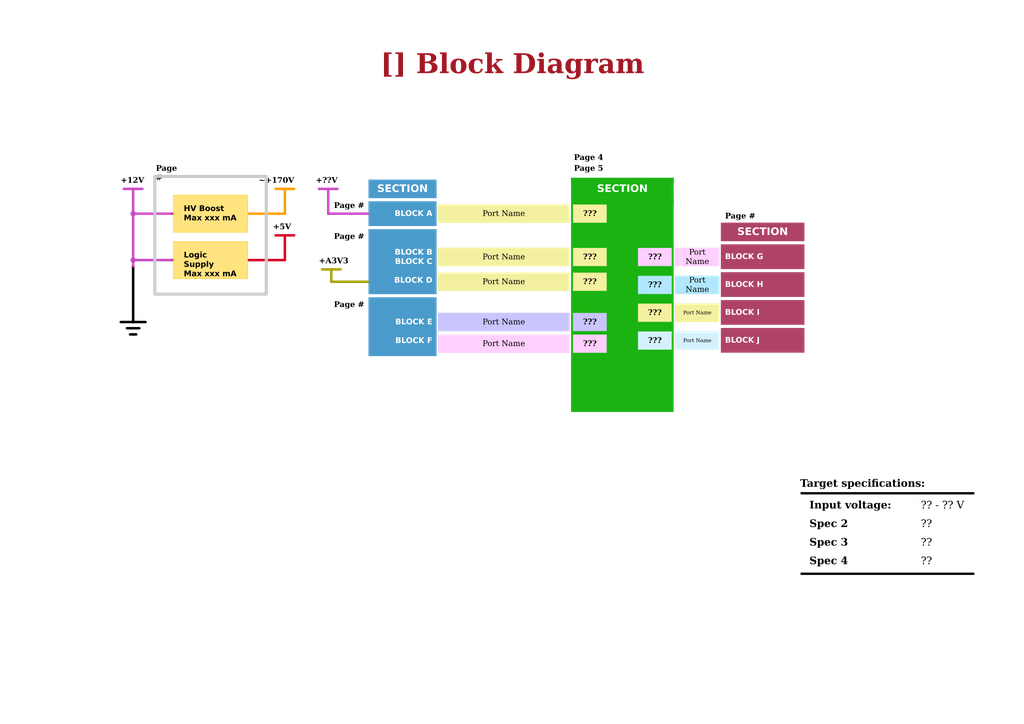
<source format=kicad_sch>
(kicad_sch
	(version 20250114)
	(generator "eeschema")
	(generator_version "9.0")
	(uuid "d4440dba-022e-49b2-97f2-6fc1871c7304")
	(paper "A3")
	(title_block
		(title "Block Diagram")
		(date "2025-01-12")
		(rev "${REVISION}")
		(company "${COMPANY}")
	)
	(lib_symbols)
	(rectangle
		(start 248.92 83.185)
		(end 261.62 168.91)
		(stroke
			(width 0)
			(type default)
			(color 26 179 18 1)
		)
		(fill
			(type color)
			(color 26 179 18 1)
		)
		(uuid 051b3dab-07ca-4b94-92bb-989d74ed83ce)
	)
	(rectangle
		(start 101.727 87.249)
		(end 102.362 88.011)
		(stroke
			(width 0.25)
			(type solid)
			(color 255 153 0 1)
		)
		(fill
			(type color)
			(color 255 153 0 1)
		)
		(uuid 12a8f300-c059-4689-9da2-e775c9b7b222)
	)
	(rectangle
		(start 234.315 73.025)
		(end 276.225 74.93)
		(stroke
			(width 0.254)
			(type default)
			(color 26 179 18 1)
		)
		(fill
			(type color)
			(color 26 179 18 1)
		)
		(uuid 1c38ab9f-78ac-4525-a905-692b68e0d7be)
	)
	(rectangle
		(start 261.62 83.82)
		(end 275.59 101.6)
		(stroke
			(width 0)
			(type default)
			(color 26 179 18 1)
		)
		(fill
			(type color)
			(color 26 179 18 1)
		)
		(uuid 26212d99-97fb-4a34-b4ec-26a67ba18c64)
	)
	(rectangle
		(start 234.95 119.38)
		(end 248.92 128.27)
		(stroke
			(width 0)
			(type default)
			(color 26 179 18 1)
		)
		(fill
			(type color)
			(color 26 179 18 1)
		)
		(uuid 33939e83-1742-40c8-b78d-5af3b914ab31)
	)
	(rectangle
		(start 150.495 115.189)
		(end 151.13 115.951)
		(stroke
			(width 0.25)
			(type default)
			(color 162 155 0 1)
		)
		(fill
			(type color)
			(color 162 155 0 1)
		)
		(uuid 3b840477-c973-44d9-8a43-b3feac50c6bc)
	)
	(rectangle
		(start 275.59 73.025)
		(end 276.225 168.91)
		(stroke
			(width 0)
			(type default)
			(color 26 179 18 1)
		)
		(fill
			(type color)
			(color 26 179 18 1)
		)
		(uuid 43ad7506-e0d7-49b6-972c-517451df1dd9)
	)
	(rectangle
		(start 70.358 87.249)
		(end 70.993 88.011)
		(stroke
			(width 0.25)
			(type default)
			(color 200 50 50 1)
		)
		(fill
			(type color)
			(color 200 50 50 1)
		)
		(uuid 4c6cb9bc-6ebc-49a3-893d-9406d03eb74b)
	)
	(rectangle
		(start 261.62 132.08)
		(end 275.59 135.89)
		(stroke
			(width 0)
			(type default)
			(color 26 179 18 1)
		)
		(fill
			(type color)
			(color 26 179 18 1)
		)
		(uuid 5911023f-b729-4638-87b7-c8fa6a2da4ad)
	)
	(rectangle
		(start 71.12 99.06)
		(end 101.6 114.3)
		(stroke
			(width 0)
			(type default)
			(color 255 200 0 0.5019607843)
		)
		(fill
			(type color)
			(color 255 200 0 0.5019607843)
		)
		(uuid 6d27083e-baf9-459e-b0dc-430395e74362)
	)
	(rectangle
		(start 150.495 87.249)
		(end 151.13 88.011)
		(stroke
			(width 0.25)
			(type default)
			(color 198 71 194 1)
		)
		(fill
			(type color)
			(color 198 71 194 1)
		)
		(uuid 70402685-b75b-4b36-9a72-62f7d7d97bb6)
	)
	(rectangle
		(start 261.62 120.65)
		(end 275.59 124.46)
		(stroke
			(width 0)
			(type default)
			(color 26 179 18 1)
		)
		(fill
			(type color)
			(color 26 179 18 1)
		)
		(uuid 704c4eca-e0af-4df0-a6c1-739054ac1983)
	)
	(rectangle
		(start 234.95 109.22)
		(end 248.92 111.76)
		(stroke
			(width 0)
			(type default)
			(color 26 179 18 1)
		)
		(fill
			(type color)
			(color 26 179 18 1)
		)
		(uuid 74c5f5ac-510e-4c99-8e0e-ca2d145a7687)
	)
	(rectangle
		(start 261.62 109.22)
		(end 275.59 113.03)
		(stroke
			(width 0)
			(type default)
			(color 26 179 18 1)
		)
		(fill
			(type color)
			(color 26 179 18 1)
		)
		(uuid 87d7856c-4e25-4074-8ed9-6d9286fce9a4)
	)
	(rectangle
		(start 63.5 72.39)
		(end 109.22 120.65)
		(stroke
			(width 1.27)
			(type default)
			(color 200 200 200 1)
		)
		(fill
			(type none)
		)
		(uuid 897139e0-9c3f-4923-b42e-05cc6d59978b)
	)
	(rectangle
		(start 54.102 109.22)
		(end 55.118 109.982)
		(stroke
			(width 0.001)
			(type default)
			(color 0 0 0 1)
		)
		(fill
			(type color)
			(color 0 0 0 1)
		)
		(uuid 8fb245d6-696e-46a9-aee0-fc71b1bd2811)
	)
	(rectangle
		(start 70.358 106.299)
		(end 70.993 107.061)
		(stroke
			(width 0.25)
			(type default)
			(color 200 50 50 1)
		)
		(fill
			(type color)
			(color 200 50 50 1)
		)
		(uuid 926c14cd-51d6-4183-83aa-3acd3f364634)
	)
	(rectangle
		(start 328.422 234.95)
		(end 399.542 235.712)
		(stroke
			(width 0)
			(type default)
			(color 0 0 0 1)
		)
		(fill
			(type color)
			(color 0 0 0 1)
		)
		(uuid 96358351-64fb-49b9-98d4-c975a586b1c3)
	)
	(rectangle
		(start 234.95 135.89)
		(end 248.92 137.16)
		(stroke
			(width 0)
			(type default)
			(color 26 179 18 1)
		)
		(fill
			(type color)
			(color 26 179 18 1)
		)
		(uuid 97242065-2f97-4ca3-afed-c927195a53b5)
	)
	(rectangle
		(start 101.727 106.299)
		(end 102.362 107.061)
		(stroke
			(width 0.25)
			(type default)
			(color 212 0 32 1)
		)
		(fill
			(type color)
			(color 212 0 32 1)
		)
		(uuid b511ed02-73dc-4aca-8856-32e3a0e7b2bd)
	)
	(rectangle
		(start 234.95 91.44)
		(end 248.92 101.6)
		(stroke
			(width 0)
			(type default)
			(color 26 179 18 1)
		)
		(fill
			(type color)
			(color 26 179 18 1)
		)
		(uuid b7a01405-5415-4722-a9d4-e1bc398d69f2)
	)
	(rectangle
		(start 261.62 143.51)
		(end 275.59 168.91)
		(stroke
			(width 0)
			(type default)
			(color 26 179 18 1)
		)
		(fill
			(type color)
			(color 26 179 18 1)
		)
		(uuid c05a42e9-546b-43b1-a369-f14860ee7f90)
	)
	(rectangle
		(start 234.95 144.78)
		(end 248.92 168.91)
		(stroke
			(width 0)
			(type default)
			(color 26 179 18 1)
		)
		(fill
			(type color)
			(color 26 179 18 1)
		)
		(uuid c0f61f09-5d95-4ea6-baa5-6b9b5ba11fd4)
	)
	(circle
		(center 54.61 106.68)
		(radius 1.016)
		(stroke
			(width 0)
			(type default)
			(color 198 71 194 1)
		)
		(fill
			(type color)
			(color 198 71 194 1)
		)
		(uuid c30887ce-e8b0-4e61-8035-f856b5a10339)
	)
	(rectangle
		(start 328.422 201.93)
		(end 399.542 202.692)
		(stroke
			(width 0)
			(type default)
			(color 0 0 0 1)
		)
		(fill
			(type color)
			(color 0 0 0 1)
		)
		(uuid ca4906af-4562-456f-b79d-f6f2c9056c36)
	)
	(rectangle
		(start 71.12 80.01)
		(end 101.6 95.25)
		(stroke
			(width 0)
			(type default)
			(color 255 200 0 0.5019607843)
		)
		(fill
			(type color)
			(color 255 200 0 0.5019607843)
		)
		(uuid d13c4f55-d46a-439a-a208-cbdf66d39a09)
	)
	(rectangle
		(start 234.315 73.025)
		(end 234.95 168.91)
		(stroke
			(width 0)
			(type default)
			(color 26 179 18 1)
		)
		(fill
			(type color)
			(color 26 179 18 1)
		)
		(uuid dc9ef58a-3544-4871-98b7-f59b2deb6c2b)
	)
	(rectangle
		(start 234.95 81.28)
		(end 276.225 83.82)
		(stroke
			(width 0)
			(type default)
			(color 26 179 18 1)
		)
		(fill
			(type color)
			(color 26 179 18 1)
		)
		(uuid f6ac3050-3d82-4a34-858d-91b5402f431f)
	)
	(circle
		(center 54.61 87.63)
		(radius 1.016)
		(stroke
			(width 0)
			(type default)
			(color 198 71 194 1)
		)
		(fill
			(type color)
			(color 198 71 194 1)
		)
		(uuid fb962045-e3ad-427d-8e13-7189ce103507)
	)
	(text "+12V"
		(exclude_from_sim no)
		(at 49.53 76.2 0)
		(effects
			(font
				(face "Times New Roman")
				(size 2.286 2.286)
				(thickness 0.4572)
				(bold yes)
				(color 0 0 0 1)
			)
			(justify left bottom)
		)
		(uuid "101bf075-2779-4382-8921-8033e4839d29")
	)
	(text "+??V"
		(exclude_from_sim no)
		(at 129.54 76.2 0)
		(effects
			(font
				(face "Times New Roman")
				(size 2.286 2.286)
				(thickness 0.4572)
				(bold yes)
				(color 0 0 0 1)
			)
			(justify left bottom)
		)
		(uuid "23593793-e5e2-4dd7-8899-50a4202bb53e")
	)
	(text "+A3V3"
		(exclude_from_sim no)
		(at 130.81 109.22 0)
		(effects
			(font
				(face "Times New Roman")
				(size 2.286 2.286)
				(thickness 0.4572)
				(bold yes)
				(color 0 0 0 1)
			)
			(justify left bottom)
		)
		(uuid "7cb39811-7e9e-4b6a-b7ed-352cfdbf227b")
	)
	(text "+5V"
		(exclude_from_sim no)
		(at 119.38 95.25 0)
		(effects
			(font
				(face "Times New Roman")
				(size 2.286 2.286)
				(thickness 0.4572)
				(bold yes)
				(color 0 0 0 1)
			)
			(justify right bottom)
		)
		(uuid "ad6e3829-3684-4af1-9a28-ced841b0c880")
	)
	(text "~+170V"
		(exclude_from_sim no)
		(at 120.65 76.2 0)
		(effects
			(font
				(face "Times New Roman")
				(size 2.286 2.286)
				(thickness 0.4572)
				(bold yes)
				(color 0 0 0 1)
			)
			(justify right bottom)
		)
		(uuid "f6a5ad4b-42cb-4635-94fa-d83f0234055d")
	)
	(text_box "SECTION"
		(exclude_from_sim no)
		(at 295.656 91.313 0)
		(size 34.29 7.62)
		(margins 2.2859 2.2859 2.2859 2.2859)
		(stroke
			(width -0.0001)
			(type default)
		)
		(fill
			(type color)
			(color 175 67 103 1)
		)
		(effects
			(font
				(face "Arial")
				(size 3.048 3.048)
				(bold yes)
				(color 255 255 255 1)
			)
		)
		(uuid "08792924-1597-48a7-a535-4ea702d4e92a")
	)
	(text_box "Spec 4"
		(exclude_from_sim no)
		(at 329.692 226.06 0)
		(size 44.45 7.62)
		(margins 2.2859 2.2859 2.2859 2.2859)
		(stroke
			(width -0.0001)
			(type default)
		)
		(fill
			(type none)
		)
		(effects
			(font
				(face "Times New Roman")
				(size 3.048 3.048)
				(thickness 0.4572)
				(bold yes)
				(color 0 0 0 1)
			)
			(justify left top)
		)
		(uuid "0b8fa12d-be48-46d8-a337-f14f24e9a703")
	)
	(text_box "BLOCK H"
		(exclude_from_sim no)
		(at 295.656 111.633 0)
		(size 34.29 10.16)
		(margins 1.7144 1.7144 1.7144 1.7144)
		(stroke
			(width -0.0001)
			(type default)
		)
		(fill
			(type color)
			(color 175 67 103 1)
		)
		(effects
			(font
				(face "Arial")
				(size 2.286 2.286)
				(bold yes)
				(color 255 255 255 1)
			)
			(justify left)
		)
		(uuid "0b9b765b-8d21-4bd4-bfcc-8abb2cd50003")
	)
	(text_box "\nBLOCK B\nBLOCK C\n\nBLOCK D"
		(exclude_from_sim no)
		(at 151.13 93.98 0)
		(size 27.94 26.67)
		(margins 1.7144 1.7144 1.7144 1.7144)
		(stroke
			(width -0.0001)
			(type default)
		)
		(fill
			(type color)
			(color 74 155 203 1)
		)
		(effects
			(font
				(face "Arial")
				(size 2.286 2.286)
				(bold yes)
				(color 255 255 255 1)
			)
			(justify right)
		)
		(uuid "0ca6e80b-6bc5-4e32-b003-d47921d4eb4e")
	)
	(text_box "BLOCK I"
		(exclude_from_sim no)
		(at 295.656 123.063 0)
		(size 34.29 10.16)
		(margins 1.7144 1.7144 1.7144 1.7144)
		(stroke
			(width -0.0001)
			(type default)
		)
		(fill
			(type color)
			(color 175 67 103 1)
		)
		(effects
			(font
				(face "Arial")
				(size 2.286 2.286)
				(bold yes)
				(color 255 255 255 1)
			)
			(justify left)
		)
		(uuid "11e64421-736a-42af-9a25-95ee829c7839")
	)
	(text_box "?? - ?? V"
		(exclude_from_sim no)
		(at 375.412 203.2 0)
		(size 24.13 7.62)
		(margins 2.2859 2.2859 2.2859 2.2859)
		(stroke
			(width -0.0001)
			(type default)
		)
		(fill
			(type none)
		)
		(effects
			(font
				(face "Times New Roman")
				(size 3.048 3.048)
				(color 0 0 0 1)
			)
			(justify left top)
		)
		(uuid "15dd005a-2a1f-436c-a9b8-4953c7e00daf")
	)
	(text_box "HV Boost\nMax xxx mA"
		(exclude_from_sim no)
		(at 73.66 82.55 0)
		(size 25.4 10.16)
		(margins 1.7144 1.7144 1.7144 1.7144)
		(stroke
			(width -0.0001)
			(type solid)
		)
		(fill
			(type none)
		)
		(effects
			(font
				(face "Arial")
				(size 2.286 2.286)
				(thickness 0.254)
				(bold yes)
				(color 0 0 0 1)
			)
			(justify left top)
		)
		(uuid "2663f24d-cd9a-4dae-a281-16b6b61253ad")
	)
	(text_box "??"
		(exclude_from_sim no)
		(at 375.412 226.06 0)
		(size 24.13 7.62)
		(margins 2.2859 2.2859 2.2859 2.2859)
		(stroke
			(width -0.0001)
			(type default)
		)
		(fill
			(type none)
		)
		(effects
			(font
				(face "Times New Roman")
				(size 3.048 3.048)
				(color 0 0 0 1)
			)
			(justify left top)
		)
		(uuid "286ce998-255c-48c3-a453-7c9a43b4377f")
	)
	(text_box "SECTION"
		(exclude_from_sim no)
		(at 234.95 73.66 0)
		(size 40.64 7.62)
		(margins 2.2859 2.2859 2.2859 2.2859)
		(stroke
			(width -0.0001)
			(type default)
		)
		(fill
			(type color)
			(color 26 179 18 1)
		)
		(effects
			(font
				(face "Arial")
				(size 3.048 3.048)
				(bold yes)
				(color 255 255 255 1)
			)
		)
		(uuid "303e44ee-abec-47f8-8dea-369c5a3e7105")
	)
	(text_box "???"
		(exclude_from_sim no)
		(at 234.95 101.6 0)
		(size 13.97 7.62)
		(margins 1.7144 1.7144 1.7144 1.7144)
		(stroke
			(width -0.0001)
			(type default)
		)
		(fill
			(type color)
			(color 243 240 160 1)
		)
		(effects
			(font
				(face "Times New Roman")
				(size 2.286 2.286)
				(bold yes)
				(color 0 0 0 1)
			)
		)
		(uuid "31760221-0d6f-4f56-83a1-ee270701886f")
	)
	(text_box "Port Name"
		(exclude_from_sim no)
		(at 276.86 101.6 0)
		(size 18.288 7.62)
		(margins 1.7144 1.7144 1.7144 1.7144)
		(stroke
			(width -0.0001)
			(type default)
		)
		(fill
			(type color)
			(color 255 207 255 1)
		)
		(effects
			(font
				(face "Times New Roman")
				(size 2.286 2.286)
				(italic yes)
				(color 0 0 0 1)
			)
		)
		(uuid "3821ca79-fb94-443d-a0d0-b8f77f4280b0")
	)
	(text_box "BLOCK G"
		(exclude_from_sim no)
		(at 295.656 100.203 0)
		(size 34.29 10.16)
		(margins 1.7144 1.7144 1.7144 1.7144)
		(stroke
			(width -0.0001)
			(type default)
		)
		(fill
			(type color)
			(color 175 67 103 1)
		)
		(effects
			(font
				(face "Arial")
				(size 2.286 2.286)
				(bold yes)
				(color 255 255 255 1)
			)
			(justify left)
		)
		(uuid "3876e24b-eb64-40f0-82f4-8ed551a76338")
	)
	(text_box "???"
		(exclude_from_sim no)
		(at 234.95 137.16 0)
		(size 13.97 7.62)
		(margins 1.7144 1.7144 1.7144 1.7144)
		(stroke
			(width -0.0001)
			(type default)
		)
		(fill
			(type color)
			(color 255 207 255 1)
		)
		(effects
			(font
				(face "Times New Roman")
				(size 2.286 2.286)
				(bold yes)
				(color 0 0 0 1)
			)
		)
		(uuid "3a803ec7-48bf-494a-8620-a6b0d82a5e96")
	)
	(text_box "Page #"
		(exclude_from_sim no)
		(at 133.35 81.28 0)
		(size 17.78 5.08)
		(margins 1.7144 1.7144 1.7144 1.7144)
		(stroke
			(width -0.0001)
			(type default)
		)
		(fill
			(type none)
		)
		(effects
			(font
				(face "Times New Roman")
				(size 2.286 2.286)
				(thickness 0.4572)
				(bold yes)
				(color 0 0 0 1)
			)
			(justify right top)
		)
		(uuid "437beeb4-8fab-4629-8a22-68c4be7a2c41")
	)
	(text_box "Port Name"
		(exclude_from_sim no)
		(at 276.86 135.89 0)
		(size 18.288 7.62)
		(margins 1.1429 1.1429 1.1429 1.1429)
		(stroke
			(width -0.0001)
			(type default)
		)
		(fill
			(type color)
			(color 213 241 255 1)
		)
		(effects
			(font
				(face "Times New Roman")
				(size 1.524 1.524)
				(italic yes)
				(color 0 0 0 1)
			)
		)
		(uuid "5bc00d08-ece7-489a-82a0-99db7e5f4aea")
	)
	(text_box "Port Name"
		(exclude_from_sim no)
		(at 179.578 101.6 0)
		(size 54.102 7.62)
		(margins 1.7144 1.7144 1.7144 1.7144)
		(stroke
			(width -0.0001)
			(type default)
		)
		(fill
			(type color)
			(color 243 240 160 1)
		)
		(effects
			(font
				(face "Times New Roman")
				(size 2.286 2.286)
				(italic yes)
				(color 0 0 0 1)
			)
		)
		(uuid "5ce5a322-8350-4910-8fa8-1f7f1d462e6a")
	)
	(text_box "Port Name"
		(exclude_from_sim no)
		(at 276.86 124.46 0)
		(size 18.288 7.62)
		(margins 1.1429 1.1429 1.1429 1.1429)
		(stroke
			(width -0.0001)
			(type default)
		)
		(fill
			(type color)
			(color 243 240 160 1)
		)
		(effects
			(font
				(face "Times New Roman")
				(size 1.524 1.524)
				(italic yes)
				(color 0 0 0 1)
			)
		)
		(uuid "5f4a2d80-9818-43e5-9ca8-d8665fb36805")
	)
	(text_box "Page 4"
		(exclude_from_sim no)
		(at 233.68 61.595 0)
		(size 24.765 5.08)
		(margins 1.7144 1.7144 1.7144 1.7144)
		(stroke
			(width -0.0001)
			(type default)
		)
		(fill
			(type none)
		)
		(effects
			(font
				(face "Times New Roman")
				(size 2.286 2.286)
				(thickness 0.4572)
				(bold yes)
				(color 0 0 0 1)
			)
			(justify left top)
		)
		(uuid "5fb758b9-5535-46ac-bcbe-588aaeffe614")
	)
	(text_box "???"
		(exclude_from_sim no)
		(at 261.62 113.03 0)
		(size 13.97 7.62)
		(margins 1.7144 1.7144 1.7144 1.7144)
		(stroke
			(width -0.0001)
			(type default)
		)
		(fill
			(type color)
			(color 178 232 255 1)
		)
		(effects
			(font
				(face "Times New Roman")
				(size 2.286 2.286)
				(bold yes)
				(color 0 0 0 1)
			)
		)
		(uuid "6bb82d71-4237-4fb9-a71e-68c5a65a7171")
	)
	(text_box "Page #"
		(exclude_from_sim no)
		(at 133.35 121.92 0)
		(size 17.78 5.08)
		(margins 1.7144 1.7144 1.7144 1.7144)
		(stroke
			(width -0.0001)
			(type default)
		)
		(fill
			(type none)
		)
		(effects
			(font
				(face "Times New Roman")
				(size 2.286 2.286)
				(thickness 0.4572)
				(bold yes)
				(color 0 0 0 1)
			)
			(justify right top)
			(href "#")
		)
		(uuid "71234750-6a94-4706-b48c-45e77bb2fa83")
	)
	(text_box "[${#}] ${TITLE}"
		(exclude_from_sim no)
		(at 144.78 20.32 0)
		(size 130.81 12.7)
		(margins 5.9999 5.9999 5.9999 5.9999)
		(stroke
			(width -0.0001)
			(type default)
		)
		(fill
			(type none)
		)
		(effects
			(font
				(face "Times New Roman")
				(size 8 8)
				(thickness 1.2)
				(bold yes)
				(color 162 22 34 1)
			)
		)
		(uuid "73b2b29c-2473-4e80-be0b-4f57c6856c3e")
	)
	(text_box "??"
		(exclude_from_sim no)
		(at 375.412 210.82 0)
		(size 24.13 7.62)
		(margins 2.2859 2.2859 2.2859 2.2859)
		(stroke
			(width -0.0001)
			(type default)
		)
		(fill
			(type none)
		)
		(effects
			(font
				(face "Times New Roman")
				(size 3.048 3.048)
				(color 0 0 0 1)
			)
			(justify left top)
		)
		(uuid "79a60212-4382-435d-b74b-f889451ff3a1")
	)
	(text_box "Input voltage:"
		(exclude_from_sim no)
		(at 329.692 203.2 0)
		(size 41.91 7.62)
		(margins 2.2859 2.2859 2.2859 2.2859)
		(stroke
			(width -0.0001)
			(type default)
		)
		(fill
			(type none)
		)
		(effects
			(font
				(face "Times New Roman")
				(size 3.048 3.048)
				(thickness 0.4572)
				(bold yes)
				(color 0 0 0 1)
			)
			(justify left top)
		)
		(uuid "7a48ef1e-fc21-4f84-87ab-2b944a808bd0")
	)
	(text_box "SECTION"
		(exclude_from_sim no)
		(at 151.13 73.66 0)
		(size 27.94 7.62)
		(margins 2.2859 2.2859 2.2859 2.2859)
		(stroke
			(width -0.0001)
			(type default)
		)
		(fill
			(type color)
			(color 74 155 203 1)
		)
		(effects
			(font
				(face "Arial")
				(size 3.048 3.048)
				(bold yes)
				(color 255 255 255 1)
			)
		)
		(uuid "7a77dff7-2b2f-4cc0-b247-3708c3bf73e3")
	)
	(text_box "Port Name"
		(exclude_from_sim no)
		(at 179.578 137.16 0)
		(size 54.102 7.62)
		(margins 1.7144 1.7144 1.7144 1.7144)
		(stroke
			(width -0.0001)
			(type default)
		)
		(fill
			(type color)
			(color 255 207 255 1)
		)
		(effects
			(font
				(face "Times New Roman")
				(size 2.286 2.286)
				(italic yes)
				(color 0 0 0 1)
			)
		)
		(uuid "84849006-fb86-4477-a3f4-4ca49bfeb231")
	)
	(text_box "Page #"
		(exclude_from_sim no)
		(at 133.35 93.98 0)
		(size 17.78 5.08)
		(margins 1.7144 1.7144 1.7144 1.7144)
		(stroke
			(width -0.0001)
			(type default)
		)
		(fill
			(type none)
		)
		(effects
			(font
				(face "Times New Roman")
				(size 2.286 2.286)
				(thickness 0.4572)
				(bold yes)
				(color 0 0 0 1)
			)
			(justify right top)
		)
		(uuid "87f20548-41ba-4502-b504-e75401f699bf")
	)
	(text_box "???"
		(exclude_from_sim no)
		(at 234.95 128.27 0)
		(size 13.97 7.62)
		(margins 1.7144 1.7144 1.7144 1.7144)
		(stroke
			(width -0.0001)
			(type default)
		)
		(fill
			(type color)
			(color 202 196 255 1)
		)
		(effects
			(font
				(face "Times New Roman")
				(size 2.286 2.286)
				(bold yes)
				(color 0 0 0 1)
			)
		)
		(uuid "88cc83e7-7bb4-4d6b-9595-b9e1bee5e04b")
	)
	(text_box "Target specifications:"
		(exclude_from_sim no)
		(at 325.882 194.31 0)
		(size 73.66 7.62)
		(margins 2.2859 2.2859 2.2859 2.2859)
		(stroke
			(width -0.0001)
			(type default)
		)
		(fill
			(type none)
		)
		(effects
			(font
				(face "Times New Roman")
				(size 3.048 3.048)
				(thickness 0.4572)
				(bold yes)
				(color 0 0 0 1)
			)
			(justify left top)
		)
		(uuid "92d1b8db-5c65-4f81-bd38-95477ba2f196")
	)
	(text_box "???"
		(exclude_from_sim no)
		(at 234.95 111.76 0)
		(size 13.97 7.62)
		(margins 1.7144 1.7144 1.7144 1.7144)
		(stroke
			(width -0.0001)
			(type default)
		)
		(fill
			(type color)
			(color 243 240 160 1)
		)
		(effects
			(font
				(face "Times New Roman")
				(size 2.286 2.286)
				(bold yes)
				(color 0 0 0 1)
			)
		)
		(uuid "944097c9-4bfa-4c51-95fb-545c2fe74181")
	)
	(text_box "???"
		(exclude_from_sim no)
		(at 261.62 135.89 0)
		(size 13.97 7.62)
		(margins 1.7144 1.7144 1.7144 1.7144)
		(stroke
			(width -0.0001)
			(type default)
		)
		(fill
			(type color)
			(color 213 241 255 1)
		)
		(effects
			(font
				(face "Times New Roman")
				(size 2.286 2.286)
				(bold yes)
				(color 0 0 0 1)
			)
		)
		(uuid "96a92221-2447-4655-a0df-2333f7d2fcea")
	)
	(text_box "???"
		(exclude_from_sim no)
		(at 261.62 101.6 0)
		(size 13.97 7.62)
		(margins 1.7144 1.7144 1.7144 1.7144)
		(stroke
			(width -0.0001)
			(type default)
		)
		(fill
			(type color)
			(color 255 207 255 1)
		)
		(effects
			(font
				(face "Times New Roman")
				(size 2.286 2.286)
				(bold yes)
				(color 0 0 0 1)
			)
		)
		(uuid "99de4852-1e6a-43c2-80a3-f90f994ca547")
	)
	(text_box "Port Name"
		(exclude_from_sim no)
		(at 179.578 111.76 0)
		(size 54.102 7.62)
		(margins 1.7144 1.7144 1.7144 1.7144)
		(stroke
			(width -0.0001)
			(type default)
		)
		(fill
			(type color)
			(color 243 240 160 1)
		)
		(effects
			(font
				(face "Times New Roman")
				(size 2.286 2.286)
				(italic yes)
				(color 0 0 0 1)
			)
		)
		(uuid "9f20ae52-6c21-4c39-bd5b-0dd4e6ac30ac")
	)
	(text_box "Spec 3"
		(exclude_from_sim no)
		(at 329.692 218.44 0)
		(size 41.91 7.62)
		(margins 2.2859 2.2859 2.2859 2.2859)
		(stroke
			(width -0.0001)
			(type default)
		)
		(fill
			(type none)
		)
		(effects
			(font
				(face "Times New Roman")
				(size 3.048 3.048)
				(thickness 0.4572)
				(bold yes)
				(color 0 0 0 1)
			)
			(justify left top)
		)
		(uuid "a94bbe48-2b5a-4095-ae3e-6304ba06e582")
	)
	(text_box "??"
		(exclude_from_sim no)
		(at 375.412 218.44 0)
		(size 24.13 7.62)
		(margins 2.2859 2.2859 2.2859 2.2859)
		(stroke
			(width -0.0001)
			(type default)
		)
		(fill
			(type none)
		)
		(effects
			(font
				(face "Times New Roman")
				(size 3.048 3.048)
				(color 0 0 0 1)
			)
			(justify left top)
		)
		(uuid "a9743942-0f35-4d97-920c-63913a3a8cf5")
	)
	(text_box "Spec 2"
		(exclude_from_sim no)
		(at 329.692 210.82 0)
		(size 43.18 7.62)
		(margins 2.2859 2.2859 2.2859 2.2859)
		(stroke
			(width -0.0001)
			(type default)
		)
		(fill
			(type none)
		)
		(effects
			(font
				(face "Times New Roman")
				(size 3.048 3.048)
				(thickness 0.4572)
				(bold yes)
				(color 0 0 0 1)
			)
			(justify left top)
		)
		(uuid "acb13397-22c2-4daa-8b50-96cfdf3951b7")
	)
	(text_box "???"
		(exclude_from_sim no)
		(at 234.95 83.82 0)
		(size 13.97 7.62)
		(margins 1.7144 1.7144 1.7144 1.7144)
		(stroke
			(width -0.0001)
			(type default)
		)
		(fill
			(type color)
			(color 243 240 160 1)
		)
		(effects
			(font
				(face "Times New Roman")
				(size 2.286 2.286)
				(bold yes)
				(color 0 0 0 1)
			)
		)
		(uuid "b718a613-50e2-4e59-ad8f-81f389012f74")
	)
	(text_box "Port Name"
		(exclude_from_sim no)
		(at 179.578 128.27 0)
		(size 54.102 7.62)
		(margins 1.7144 1.7144 1.7144 1.7144)
		(stroke
			(width -0.0001)
			(type default)
		)
		(fill
			(type color)
			(color 202 196 255 1)
		)
		(effects
			(font
				(face "Times New Roman")
				(size 2.286 2.286)
				(italic yes)
				(color 0 0 0 1)
			)
		)
		(uuid "be16dbe1-3641-4384-b37c-5e66a5e92800")
	)
	(text_box "Logic Supply\nMax xxx mA"
		(exclude_from_sim no)
		(at 73.66 101.6 0)
		(size 25.4 10.16)
		(margins 1.7144 1.7144 1.7144 1.7144)
		(stroke
			(width -0.0001)
			(type solid)
		)
		(fill
			(type none)
		)
		(effects
			(font
				(face "Arial")
				(size 2.286 2.286)
				(thickness 0.254)
				(bold yes)
				(color 0 0 0 1)
			)
			(justify left top)
		)
		(uuid "c57b2792-b5b6-4248-8bcf-18760935fbf0")
	)
	(text_box "Port Name"
		(exclude_from_sim no)
		(at 276.86 113.03 0)
		(size 18.288 7.62)
		(margins 1.7144 1.7144 1.7144 1.7144)
		(stroke
			(width -0.0001)
			(type default)
		)
		(fill
			(type color)
			(color 178 232 255 1)
		)
		(effects
			(font
				(face "Times New Roman")
				(size 2.286 2.286)
				(italic yes)
				(color 0 0 0 1)
			)
		)
		(uuid "c774310f-dfe3-45db-be98-953f7da6465f")
	)
	(text_box "Page #"
		(exclude_from_sim no)
		(at 62.23 66.04 0)
		(size 13.97 5.08)
		(margins 1.7144 1.7144 1.7144 1.7144)
		(stroke
			(width -0.0001)
			(type default)
		)
		(fill
			(type none)
		)
		(effects
			(font
				(face "Times New Roman")
				(size 2.286 2.286)
				(thickness 0.4572)
				(bold yes)
				(color 0 0 0 1)
			)
			(justify left top)
		)
		(uuid "d9eed77b-8391-48bf-a073-8dcaf7ecaa31")
	)
	(text_box "BLOCK A"
		(exclude_from_sim no)
		(at 151.13 82.55 0)
		(size 27.94 10.16)
		(margins 1.7144 1.7144 1.7144 1.7144)
		(stroke
			(width -0.0001)
			(type default)
		)
		(fill
			(type color)
			(color 74 155 203 1)
		)
		(effects
			(font
				(face "Arial")
				(size 2.286 2.286)
				(bold yes)
				(color 255 255 255 1)
			)
			(justify right)
		)
		(uuid "de576dbe-9b0c-4ccd-a266-17b9b354345b")
	)
	(text_box "Port Name"
		(exclude_from_sim no)
		(at 179.578 83.82 0)
		(size 54.102 7.62)
		(margins 1.7144 1.7144 1.7144 1.7144)
		(stroke
			(width -0.0001)
			(type default)
		)
		(fill
			(type color)
			(color 243 240 160 1)
		)
		(effects
			(font
				(face "Times New Roman")
				(size 2.286 2.286)
				(italic yes)
				(color 0 0 0 1)
			)
		)
		(uuid "e4d2bfdf-da93-4c54-800e-be869ac37023")
	)
	(text_box "???"
		(exclude_from_sim no)
		(at 261.62 124.46 0)
		(size 13.97 7.62)
		(margins 1.7144 1.7144 1.7144 1.7144)
		(stroke
			(width -0.0001)
			(type default)
		)
		(fill
			(type color)
			(color 243 240 160 1)
		)
		(effects
			(font
				(face "Times New Roman")
				(size 2.286 2.286)
				(bold yes)
				(color 0 0 0 1)
			)
		)
		(uuid "ecd90e4f-03f0-4de1-bc8b-8f151772557e")
	)
	(text_box "\nBLOCK E\n\nBLOCK F"
		(exclude_from_sim no)
		(at 151.13 121.92 0)
		(size 27.94 24.13)
		(margins 1.7144 1.7144 1.7144 1.7144)
		(stroke
			(width -0.0001)
			(type default)
		)
		(fill
			(type color)
			(color 74 155 203 1)
		)
		(effects
			(font
				(face "Arial")
				(size 2.286 2.286)
				(bold yes)
				(color 255 255 255 1)
			)
			(justify right)
		)
		(uuid "f0caa8ad-c53d-4be7-a0df-6a7fccf418bb")
	)
	(text_box "BLOCK J"
		(exclude_from_sim no)
		(at 295.656 134.493 0)
		(size 34.29 10.16)
		(margins 1.7144 1.7144 1.7144 1.7144)
		(stroke
			(width -0.0001)
			(type default)
		)
		(fill
			(type color)
			(color 175 67 103 1)
		)
		(effects
			(font
				(face "Arial")
				(size 2.286 2.286)
				(bold yes)
				(color 255 255 255 1)
			)
			(justify left)
		)
		(uuid "f1a231a9-4a97-4e03-af77-e46caf6743df")
	)
	(text_box "Page 5"
		(exclude_from_sim no)
		(at 233.68 66.04 0)
		(size 24.765 5.08)
		(margins 1.7144 1.7144 1.7144 1.7144)
		(stroke
			(width -0.0001)
			(type default)
		)
		(fill
			(type none)
		)
		(effects
			(font
				(face "Times New Roman")
				(size 2.286 2.286)
				(thickness 0.4572)
				(bold yes)
				(color 0 0 0 1)
			)
			(justify left top)
			(href "#5")
		)
		(uuid "f4bd87c5-f2bc-4cb7-a254-f36834bb4744")
	)
	(text_box "Page #"
		(exclude_from_sim no)
		(at 295.656 85.598 0)
		(size 17.78 5.08)
		(margins 1.7144 1.7144 1.7144 1.7144)
		(stroke
			(width -0.0001)
			(type default)
		)
		(fill
			(type none)
		)
		(effects
			(font
				(face "Times New Roman")
				(size 2.286 2.286)
				(thickness 0.4572)
				(bold yes)
				(color 0 0 0 1)
			)
			(justify left top)
			(href "#8")
		)
		(uuid "f9cfb483-344e-45f2-991c-61549317056f")
	)
	(polyline
		(pts
			(xy 70.612 106.68) (xy 54.61 106.68)
		)
		(stroke
			(width 1.016)
			(type default)
			(color 198 71 194 1)
		)
		(uuid "0078cbf7-9098-45ec-96f3-0b36f648924d")
	)
	(polyline
		(pts
			(xy 70.612 87.63) (xy 54.61 87.63)
		)
		(stroke
			(width 1.016)
			(type default)
			(color 198 71 194 1)
		)
		(uuid "08fc0cd0-29a2-41e6-a897-d7a6a489c1c7")
	)
	(polyline
		(pts
			(xy 55.88 137.16) (xy 54.61 137.16)
		)
		(stroke
			(width 1.016)
			(type default)
			(color 0 0 0 1)
		)
		(uuid "16292375-e090-4b0a-9979-2cc082e8c0cc")
	)
	(polyline
		(pts
			(xy 150.622 87.63) (xy 134.62 87.63)
		)
		(stroke
			(width 1.016)
			(type default)
			(color 198 71 194 1)
		)
		(uuid "18ccff52-fe32-4310-8592-269233d1181b")
	)
	(polyline
		(pts
			(xy 116.84 96.52) (xy 116.84 106.68)
		)
		(stroke
			(width 1.016)
			(type default)
			(color 212 0 32 1)
		)
		(uuid "22ecdb21-cb6c-4fea-8215-9ca181dc7654")
	)
	(polyline
		(pts
			(xy 54.61 109.728) (xy 54.61 132.08)
		)
		(stroke
			(width 1.016)
			(type default)
			(color 0 0 0 1)
		)
		(uuid "2bd63e72-c2e0-4174-99b9-37b4608d1b51")
	)
	(polyline
		(pts
			(xy 116.84 77.47) (xy 116.84 87.63)
		)
		(stroke
			(width 1.016)
			(type solid)
			(color 255 153 0 1)
		)
		(uuid "3868fb89-5692-47ab-8dc3-c1768a62c47d")
	)
	(polyline
		(pts
			(xy 120.65 96.52) (xy 116.84 96.52)
		)
		(stroke
			(width 1.016)
			(type default)
			(color 212 0 32 1)
		)
		(uuid "3ad61ad5-2501-40ac-9bf7-e665e25219ef")
	)
	(polyline
		(pts
			(xy 50.8 77.47) (xy 54.61 77.47)
		)
		(stroke
			(width 1.016)
			(type default)
			(color 198 71 194 1)
		)
		(uuid "46995de7-d2ae-43dc-828c-7a85c3a686f0")
	)
	(polyline
		(pts
			(xy 54.61 87.63) (xy 54.61 96.52)
		)
		(stroke
			(width 1.016)
			(type default)
			(color 198 71 194 1)
		)
		(uuid "643459a2-2a93-46f1-8503-aa865b67ae0a")
	)
	(polyline
		(pts
			(xy 102.108 87.63) (xy 116.84 87.63)
		)
		(stroke
			(width 1.016)
			(type solid)
			(color 255 153 0 1)
		)
		(uuid "72e45290-1169-4f8d-8787-af61206287b7")
	)
	(polyline
		(pts
			(xy 54.61 134.62) (xy 52.07 134.62)
		)
		(stroke
			(width 1.016)
			(type default)
			(color 0 0 0 1)
		)
		(uuid "7423a2fa-a301-488a-ae90-a426fc1d0892")
	)
	(polyline
		(pts
			(xy 57.15 134.62) (xy 54.61 134.62)
		)
		(stroke
			(width 1.016)
			(type default)
			(color 0 0 0 1)
		)
		(uuid "76447def-e6fd-482e-8306-88604873856d")
	)
	(polyline
		(pts
			(xy 132.08 110.49) (xy 135.89 110.49)
		)
		(stroke
			(width 1.016)
			(type default)
			(color 162 155 0 1)
		)
		(uuid "7bd287d3-dc22-4cf8-a763-778f3da65289")
	)
	(polyline
		(pts
			(xy 54.61 77.47) (xy 54.61 87.63)
		)
		(stroke
			(width 1.016)
			(type default)
			(color 198 71 194 1)
		)
		(uuid "8cfd58b3-fea8-4a65-9b23-c746ab0a9f02")
	)
	(polyline
		(pts
			(xy 49.53 132.08) (xy 54.61 132.08)
		)
		(stroke
			(width 1.016)
			(type default)
			(color 0 0 0 1)
		)
		(uuid "95a37cc2-e75a-4501-a098-956d2a7cf878")
	)
	(polyline
		(pts
			(xy 134.62 77.47) (xy 134.62 87.63)
		)
		(stroke
			(width 1.016)
			(type default)
			(color 198 71 194 1)
		)
		(uuid "9ea93a8a-79ec-4966-b5b9-d418a1953413")
	)
	(polyline
		(pts
			(xy 134.62 77.47) (xy 138.43 77.47)
		)
		(stroke
			(width 1.016)
			(type default)
			(color 198 71 194 1)
		)
		(uuid "a0186362-c474-4f60-92f7-0cd6ab4716b3")
	)
	(polyline
		(pts
			(xy 54.61 77.47) (xy 58.42 77.47)
		)
		(stroke
			(width 1.016)
			(type default)
			(color 198 71 194 1)
		)
		(uuid "aa5dc26a-edf0-426a-baae-3922b009809d")
	)
	(polyline
		(pts
			(xy 116.84 77.47) (xy 113.03 77.47)
		)
		(stroke
			(width 1.016)
			(type solid)
			(color 255 153 0 1)
		)
		(uuid "abfb0e67-9089-48e8-8232-8502ca1768e2")
	)
	(polyline
		(pts
			(xy 54.61 137.16) (xy 53.34 137.16)
		)
		(stroke
			(width 1.016)
			(type default)
			(color 0 0 0 1)
		)
		(uuid "ae679bf6-2423-4eb6-83ff-203e4dbc3b14")
	)
	(polyline
		(pts
			(xy 130.81 77.47) (xy 134.62 77.47)
		)
		(stroke
			(width 1.016)
			(type default)
			(color 198 71 194 1)
		)
		(uuid "b0945337-03d4-457a-9c2e-c0bab7dcf94e")
	)
	(polyline
		(pts
			(xy 150.622 115.57) (xy 135.89 115.57)
		)
		(stroke
			(width 1.016)
			(type default)
			(color 162 155 0 1)
		)
		(uuid "b3418ae8-9d75-4e41-a3da-190702cd18d2")
	)
	(polyline
		(pts
			(xy 116.84 96.52) (xy 113.03 96.52)
		)
		(stroke
			(width 1.016)
			(type default)
			(color 212 0 32 1)
		)
		(uuid "b6c0a1ce-c65c-4ea7-8db7-d4822d92fceb")
	)
	(polyline
		(pts
			(xy 54.61 106.68) (xy 54.61 109.22)
		)
		(stroke
			(width 1.016)
			(type default)
			(color 198 71 194 1)
		)
		(uuid "c77cfe17-7041-4211-9a75-38440e7c05df")
	)
	(polyline
		(pts
			(xy 120.65 77.47) (xy 116.84 77.47)
		)
		(stroke
			(width 1.016)
			(type solid)
			(color 255 153 0 1)
		)
		(uuid "d29a50be-ce3c-4cb1-b849-60799978c305")
	)
	(polyline
		(pts
			(xy 135.89 110.49) (xy 135.89 115.57)
		)
		(stroke
			(width 1.016)
			(type default)
			(color 162 155 0 1)
		)
		(uuid "e522b6d4-c3ef-41d5-9de8-677c57429daf")
	)
	(polyline
		(pts
			(xy 102.108 106.68) (xy 116.84 106.68)
		)
		(stroke
			(width 1.016)
			(type default)
			(color 212 0 32 1)
		)
		(uuid "e77019d6-1773-46ed-953e-95dcf6e77cd6")
	)
	(polyline
		(pts
			(xy 54.61 96.52) (xy 54.61 106.68)
		)
		(stroke
			(width 1.016)
			(type default)
			(color 198 71 194 1)
		)
		(uuid "f15951f9-af67-479e-871b-cba1a69ad58a")
	)
	(polyline
		(pts
			(xy 135.89 110.49) (xy 139.7 110.49)
		)
		(stroke
			(width 1.016)
			(type default)
			(color 162 155 0 1)
		)
		(uuid "f20be4ca-f5a2-4033-9321-086a1473fb5f")
	)
	(polyline
		(pts
			(xy 54.61 132.08) (xy 59.69 132.08)
		)
		(stroke
			(width 1.016)
			(type default)
			(color 0 0 0 1)
		)
		(uuid "f5115127-85c3-4f3c-ba14-b9a3028b6847")
	)
)

</source>
